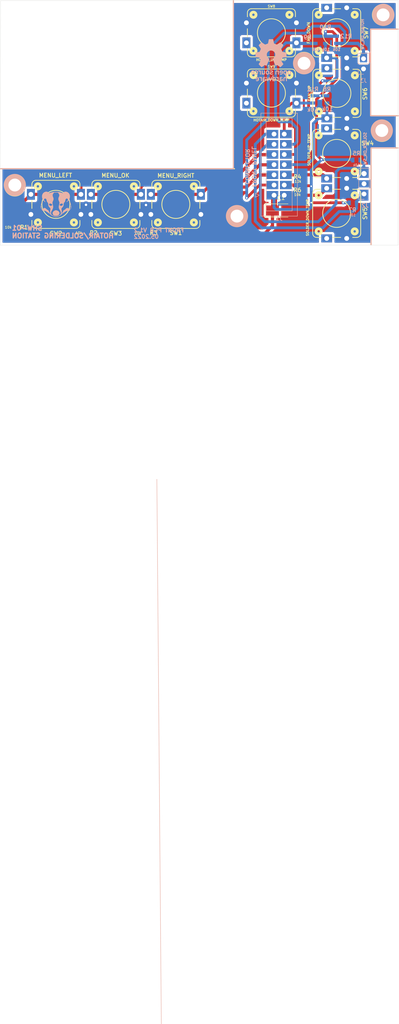
<source format=kicad_pcb>
(kicad_pcb (version 20211014) (generator pcbnew)
  (layers (0 "F.Cu" signal) (31 "B.Cu" signal) (34 "B.Paste" user) (35 "F.Paste" user) (36 "B.SilkS" user "B.Silkscreen") (37 "F.SilkS" user "F.Silkscreen") (38 "B.Mask" user) (39 "F.Mask" user) (44 "Edge.Cuts" user))
  (net 0 "")
  (net 1 "HOTAIR_UP_SW")
  (net 2 "HOTAIR_DOWN_SW")
  (net 3 "SOLDER_UP_SW")
  (net 4 "SOLDER_DOWN_SW")
  (net 5 "HOTAIR_ON_SW")
  (net 6 "GND")
  (net 7 "+3V3")
  (net 8 "MENU_RIGHT_SW")
  (net 9 "HOTAIR_FAN_UP_SW")
  (net 10 "HOTAIR_FAN_DOWN_SW")
  (net 11 "MENU_OK_SW")
  (net 12 "MENU_LEFT_SW")
  (net 13 "WEP_ON_SW")
  (net 14 "T12_ON_SW")
  (footprint "Capacitors:0805" (layer "F.Cu") (at 150.368 71.755 90)
    (fp_text reference "R6" (at 0.381 -1.778 180) (layer "F.SilkS") (effects (font (thickness 0.2))))
    (fp_text value "10k" (at -0.762 -1.778 180) (layer "F.SilkS") (effects (font (size 0.6096 0.6096) (thickness 0.127))))
    (pad "1" smd rect locked (at -0.89916 0 90) (size 0.79756 1.19888) (layers "F.Cu" "F.Paste" "F.Mask") (net 4 "SOLDER_DOWN_SW"))
    (pad "2" smd rect locked (at 0.89916 0 90) (size 0.79756 1.19888) (layers "F.Cu" "F.Paste" "F.Mask") (net 7 "+3V3"))
  )
  (footprint "Capacitors:0805" (layer "F.Cu") (at 150.368 68.453 -90)
    (fp_text reference "R4" (at -0.381 1.778 180) (layer "F.SilkS") (effects (font (thickness 0.2))))
    (fp_text value "10k" (at 0.762 1.651 180) (layer "F.SilkS") (effects (font (size 0.6096 0.6096) (thickness 0.127))))
    (pad "1" smd rect locked (at -0.89916 0 270) (size 0.79756 1.19888) (layers "F.Cu" "F.Paste" "F.Mask") (net 3 "SOLDER_UP_SW"))
    (pad "2" smd rect locked (at 0.89916 0 270) (size 0.79756 1.19888) (layers "F.Cu" "F.Paste" "F.Mask") (net 7 "+3V3"))
  )
  (footprint "My-Footprints:TACTILE_SWITCH_PTH_12MM" (layer "F.Cu") (at 142.0876 32.1564)
    (fp_text reference "SW8" (at 0 -6.604) (layer "F.SilkS") (effects (font (size 0.6096 0.6096) (thickness 0.127))))
    (fp_text value "HOTAIR_UP_TEMP" (at 0 6.731) (layer "F.SilkS") (effects (font (size 0.6096 0.6096) (thickness 0.1524))))
    (pad "1" thru_hole rect (at -6.2484 -2.49936) (size 2 2.7) (drill 1.19888) (layers *.Cu *.Mask) (net 6 "GND"))
    (pad "1" thru_hole rect (at 6.2484 -2.49936) (size 2 2.7) (drill 1.19888) (layers *.Cu *.Mask) (net 6 "GND"))
    (pad "2" thru_hole rect (at -6.2484 2.49936) (size 2 2.7) (drill 1.19888) (layers *.Cu *.Mask) (net 1 "HOTAIR_UP_SW"))
    (pad "2" thru_hole rect (at 6.2484 2.49936) (size 2 2.7) (drill 1.19888) (layers *.Cu *.Mask) (net 1 "HOTAIR_UP_SW"))
  )
  (footprint "My-Footprints:TACTILE_SWITCH_PTH_12MM" (layer "F.Cu") (at 158.3944 62.23 -90)
    (fp_text reference "SW4" (at -2.54 -7.7216 180) (layer "F.SilkS") (effects (font (thickness 0.2))))
    (fp_text value "SOLDER_UP_TEMP" (at -0.889 6.8834 90) (layer "F.SilkS") (effects (font (size 0.6096 0.6096) (thickness 0.1524))))
    (pad "1" thru_hole rect (at -6.2484 -2.49936 270) (size 2 2.7) (drill 1.19888) (layers *.Cu *.Mask) (net 6 "GND"))
    (pad "1" thru_hole rect (at 6.2484 -2.49936 270) (size 2 2.7) (drill 1.19888) (layers *.Cu *.Mask) (net 6 "GND"))
    (pad "2" thru_hole rect (at 6.2484 2.49936 270) (size 2 2.7) (drill 1.19888) (layers *.Cu *.Mask) (net 3 "SOLDER_UP_SW"))
    (pad "2" thru_hole rect (at -6.2484 2.49936 270) (size 2 2.7) (drill 1.19888) (layers *.Cu *.Mask) (net 3 "SOLDER_UP_SW"))
  )
  (footprint "My-Footprints:TACTILE_SWITCH_PTH_12MM" (layer "F.Cu") (at 158.3944 77.1652 -90)
    (fp_text reference "SW5" (at 0.0508 -7.0866 90) (layer "F.SilkS") (effects (font (thickness 0.2))))
    (fp_text value "SOLDER_DOWN_TEMP" (at 1.0668 7.2644 -90) (layer "F.SilkS") (effects (font (size 0.6 0.6))))
    (pad "1" thru_hole rect (at 6.2484 -2.49936 270) (size 2 2.7) (drill 1.19888) (layers *.Cu *.Mask) (net 6 "GND"))
    (pad "1" thru_hole rect (at -6.2484 -2.49936 270) (size 2 2.7) (drill 1.19888) (layers *.Cu *.Mask) (net 6 "GND"))
    (pad "2" thru_hole rect (at -6.2484 2.49936 270) (size 2 2.7) (drill 1.19888) (layers *.Cu *.Mask) (net 4 "SOLDER_DOWN_SW"))
    (pad "2" thru_hole rect (at 6.2484 2.49936 270) (size 2 2.7) (drill 1.19888) (layers *.Cu *.Mask) (net 4 "SOLDER_DOWN_SW"))
  )
  (footprint "My-Footprints:TACTILE_SWITCH_PTH_12MM" (layer "F.Cu") (at 142.0876 47.1932)
    (fp_text reference "SW9" (at 0 -6.604) (layer "F.SilkS") (effects (font (size 0.6096 0.6096) (thickness 0.127))))
    (fp_text value "HOTAIR_DOWN_TEMP" (at 0 6.731) (layer "F.SilkS") (effects (font (size 0.6096 0.6096) (thickness 0.1524))))
    (pad "1" thru_hole rect (at 6.2484 -2.49936) (size 2 2.7) (drill 1.19888) (layers *.Cu *.Mask) (net 6 "GND"))
    (pad "1" thru_hole rect (at -6.2484 -2.49936) (size 2 2.7) (drill 1.19888) (layers *.Cu *.Mask) (net 6 "GND"))
    (pad "2" thru_hole rect (at 6.2484 2.49936) (size 2 2.7) (drill 1.19888) (layers *.Cu *.Mask) (net 2 "HOTAIR_DOWN_SW"))
    (pad "2" thru_hole rect (at -6.2484 2.49936) (size 2 2.7) (drill 1.19888) (layers *.Cu *.Mask) (net 2 "HOTAIR_DOWN_SW"))
  )
  (footprint "My-Footprints:TACTILE_SWITCH_PTH_12MM" (layer "F.Cu") (at 158.4452 47.244 -90)
    (fp_text reference "SW6" (at 0.127 -7.0358 90) (layer "F.SilkS") (effects (font (thickness 0.2))))
    (fp_text value "FAN_UP" (at 0 6.8072 90) (layer "F.SilkS") (effects (font (size 0.7 0.7) (thickness 0.175))))
    (pad "1" thru_hole rect (at 6.2484 -2.49936 270) (size 2 2.7) (drill 1.19888) (layers *.Cu *.Mask) (net 6 "GND"))
    (pad "1" thru_hole rect (at -6.2484 -2.49936 270) (size 2 2.7) (drill 1.19888) (layers *.Cu *.Mask) (net 6 "GND"))
    (pad "2" thru_hole rect (at -6.2484 2.49936 270) (size 2 2.7) (drill 1.19888) (layers *.Cu *.Mask) (net 9 "HOTAIR_FAN_UP_SW"))
    (pad "2" thru_hole rect (at 6.2484 2.49936 270) (size 2 2.7) (drill 1.19888) (layers *.Cu *.Mask) (net 9 "HOTAIR_FAN_UP_SW"))
  )
  (footprint "My-Footprints:TACTILE_SWITCH_PTH_12MM" (layer "F.Cu") (at 158.3944 32.1564 -90)
    (fp_text reference "SW7" (at -0.0254 -7.3406 -90) (layer "F.SilkS") (effects (font (thickness 0.2))))
    (fp_text value "FAN_DOWN" (at 0 7.0104 90) (layer "F.SilkS") (effects (font (size 0.7 0.7))))
    (pad "1" thru_hole rect (at -6.2484 -2.49936 270) (size 2 2.7) (drill 1.19888) (layers *.Cu *.Mask) (net 6 "GND"))
    (pad "1" thru_hole rect (at 6.2484 -2.49936 270) (size 2 2.7) (drill 1.19888) (layers *.Cu *.Mask) (net 6 "GND"))
    (pad "2" thru_hole rect (at -6.2484 2.49936 270) (size 2 2.7) (drill 1.19888) (layers *.Cu *.Mask) (net 10 "HOTAIR_FAN_DOWN_SW"))
    (pad "2" thru_hole rect (at 6.2484 2.49936 270) (size 2 2.7) (drill 1.19888) (layers *.Cu *.Mask) (net 10 "HOTAIR_FAN_DOWN_SW"))
  )
  (footprint "Capacitors_Tantalum_SMD:CP_Tantalum_Case-B_EIA-3528-21_Hand" (layer "F.Cu") (at 144.5006 76.454)
    (fp_text reference "C1" (at 0 -3.15) (layer "F.SilkS"))
    (fp_text value "10u")
    (pad "1" smd rect locked (at -2.15 0) (size 3.2 2.5) (layers "F.Cu" "F.Paste" "F.Mask") (net 7 "+3V3"))
    (pad "2" smd rect locked (at 2.15 0) (size 3.2 2.5) (layers "F.Cu" "F.Paste" "F.Mask") (net 6 "GND"))
  )
  (footprint "Capacitors:0805" (layer "F.Cu") (at 110.744 81.28 -90)
    (fp_text reference "R3" (at 0.762 -1.905 180) (layer "F.SilkS") (effects (font (thickness 0.2))))
    (fp_text value "10k" (at 0.762 2.032 180) (layer "F.SilkS") (effects (font (size 0.6096 0.6096) (thickness 0.127))))
    (pad "1" smd rect locked (at -0.89916 0 270) (size 0.79756 1.19888) (layers "F.Cu" "F.Paste" "F.Mask") (net 8 "MENU_RIGHT_SW"))
    (pad "2" smd rect locked (at 0.89916 0 270) (size 0.79756 1.19888) (layers "F.Cu" "F.Paste" "F.Mask") (net 7 "+3V3"))
  )
  (footprint "Capacitors:0805" (layer "F.Cu") (at 78.232 80.772 -90)
    (fp_text reference "R1" (at -0.127 -2.032 180) (layer "F.SilkS") (effects (font (thickness 0.2))))
    (fp_text value "10k" (at -0.127 1.905 180) (layer "F.SilkS") (effects (font (size 0.6096 0.6096) (thickness 0.127))))
    (pad "1" smd rect locked (at -0.89916 0 270) (size 0.79756 1.19888) (layers "F.Cu" "F.Paste" "F.Mask") (net 12 "MENU_LEFT_SW"))
    (pad "2" smd rect locked (at 0.89916 0 270) (size 0.79756 1.19888) (layers "F.Cu" "F.Paste" "F.Mask") (net 7 "+3V3"))
  )
  (footprint "My-Footprints:TACTILE_SWITCH_PTH_12MM" (layer "F.Cu") (at 88.2396 74.93 180)
    (fp_text reference "SW2" (at -0.0254 -7.239) (layer "F.SilkS") (effects (font (thickness 0.2))))
    (fp_text value "MENU_LEFT" (at 0.1016 7.239) (layer "F.SilkS") (effects (font (thickness 0.2))))
    (pad "1" thru_hole rect (at 6.2484 -2.49936 180) (size 2 2.7) (drill 1.19888) (layers *.Cu *.Mask) (net 6 "GND"))
    (pad "1" thru_hole rect (at -6.2484 -2.49936 180) (size 2 2.7) (drill 1.19888) (layers *.Cu *.Mask) (net 6 "GND"))
    (pad "2" thru_hole rect (at 6.2484 2.49936 180) (size 2 2.7) (drill 1.19888) (layers *.Cu *.Mask) (net 12 "MENU_LEFT_SW"))
    (pad "2" thru_hole rect (at -6.2484 2.49936 180) (size 2 2.7) (drill 1.19888) (layers *.Cu *.Mask) (net 12 "MENU_LEFT_SW"))
  )
  (footprint "Capacitors:0805" (layer "F.Cu") (at 95.758 81.28 -90)
    (fp_text reference "R2" (at 0.762 -1.905 180) (layer "F.SilkS") (effects (font (thickness 0.2))))
    (fp_text value "10k" (at 0.762 1.778 180) (layer "F.SilkS") (effects (font (size 0.6096 0.6096) (thickness 0.127))))
    (pad "1" smd rect locked (at -0.89916 0 270) (size 0.79756 1.19888) (layers "F.Cu" "F.Paste" "F.Mask") (net 11 "MENU_OK_SW"))
    (pad "2" smd rect locked (at 0.89916 0 270) (size 0.79756 1.19888) (layers "F.Cu" "F.Paste" "F.Mask") (net 7 "+3V3"))
  )
  (footprint "My-Footprints:TACTILE_SWITCH_PTH_12MM" (layer "F.Cu") (at 118.2116 74.93 180)
    (fp_text reference "SW1" (at 0 -7.112) (layer "F.SilkS") (effects (font (thickness 0.2))))
    (fp_text value "MENU_RIGHT" (at 0 7.1628) (layer "F.SilkS") (effects (font (thickness 0.2))))
    (pad "1" thru_hole rect (at -6.2484 -2.49936 180) (size 2 2.7) (drill 1.19888) (layers *.Cu *.Mask) (net 6 "GND"))
    (pad "1" thru_hole rect (at 6.2484 -2.49936 180) (size 2 2.7) (drill 1.19888) (layers *.Cu *.Mask) (net 6 "GND"))
    (pad "2" thru_hole rect (at 6.2484 2.49936 180) (size 2 2.7) (drill 1.19888) (layers *.Cu *.Mask) (net 8 "MENU_RIGHT_SW"))
    (pad "2" thru_hole rect (at -6.2484 2.49936 180) (size 2 2.7) (drill 1.19888) (layers *.Cu *.Mask) (net 8 "MENU_RIGHT_SW"))
  )
  (footprint "My-Footprints:TACTILE_SWITCH_PTH_12MM" (layer "F.Cu") (at 103.2256 74.93 180)
    (fp_text reference "SW3" (at 0 -7.239) (layer "F.SilkS") (effects (font (thickness 0.2))))
    (fp_text value "MENU_OK" (at 0.1016 7.2136) (layer "F.SilkS") (effects (font (thickness 0.2))))
    (pad "1" thru_hole rect (at 6.2484 -2.49936 180) (size 2 2.7) (drill 1.19888) (layers *.Cu *.Mask) (net 6 "GND"))
    (pad "1" thru_hole rect (at -6.2484 -2.49936 180) (size 2 2.7) (drill 1.19888) (layers *.Cu *.Mask) (net 6 "GND"))
    (pad "2" thru_hole rect (at 6.2484 2.49936 180) (size 2 2.7) (drill 1.19888) (layers *.Cu *.Mask) (net 11 "MENU_OK_SW"))
    (pad "2" thru_hole rect (at -6.2484 2.49936 180) (size 2 2.7) (drill 1.19888) (layers *.Cu *.Mask) (net 11 "MENU_OK_SW"))
  )
  (footprint "Capacitors:0805" (layer "B.Cu") (at 152.4 48.768 90)
    (fp_text reference "R11" (at 2.54 0 180) (layer "B.SilkS") (effects (font (thickness 0.2)) (justify mirror)))
    (fp_text value "10k" (at -2.54 0 180) (layer "B.SilkS") (effects (font (thickness 0.2)) (justify mirror)))
    (pad "1" smd rect locked (at -0.89916 0 90) (size 0.79756 1.19888) (layers "B.Cu" "B.Paste" "B.Mask") (net 2 "HOTAIR_DOWN_SW"))
    (pad "2" smd rect locked (at 0.89916 0 90) (size 0.79756 1.19888) (layers "B.Cu" "B.Paste" "B.Mask") (net 7 "+3V3"))
  )
  (footprint "Capacitors:0805" (layer "B.Cu") (at 153.035 33.909 90)
    (fp_text reference "R9" (at 0.635 -1.905) (layer "B.SilkS") (effects (font (thickness 0.2)) (justify mirror)))
    (fp_text value "10k" (at -2.413 0.127 180) (layer "B.SilkS") (effects (font (size 0.7 0.7) (thickness 0.175)) (justify mirror)))
    (pad "1" smd rect locked (at -0.89916 0 90) (size 0.79756 1.19888) (layers "B.Cu" "B.Paste" "B.Mask") (net 1 "HOTAIR_UP_SW"))
    (pad "2" smd rect locked (at 0.89916 0 90) (size 0.79756 1.19888) (layers "B.Cu" "B.Paste" "B.Mask") (net 7 "+3V3"))
  )
  (footprint "My-Footprints:IDC-Header_2x07_P2.54mm_Vertical" (layer "B.Cu") (at 142.748 72.644)
    (fp_text reference "J1" (at 1.27 5.842 180) (layer "B.SilkS") (effects (justify mirror)))
    (fp_text value "main-board-conn")
    (pad "1" thru_hole rect (at 0 0) (size 2.9 2.1) (drill 1.2 (offset -0.4 0)) (layers *.Cu *.Mask) (net 7 "+3V3"))
    (pad "2" thru_hole rect (at 0 -2.54) (size 2.9 2.1) (drill 1.2 (offset -0.4 0)) (layers *.Cu *.Mask) (net 5 "HOTAIR_ON_SW"))
    (pad "3" thru_hole rect (at 0 -5.08) (size 2.9 2.1) (drill 1.2 (offset -0.4 0)) (layers *.Cu *.Mask) (net 8 "MENU_RIGHT_SW"))
    (pad "4" thru_hole rect (at 0 -7.62) (size 2.9 2.1) (drill 1.2 (offset -0.4 0)) (layers *.Cu *.Mask) (net 11 "MENU_OK_SW"))
    (pad "5" thru_hole rect (at 0 -10.16) (size 2.9 2.1) (drill 1.2 (offset -0.4 0)) (layers *.Cu *.Mask) (net 12 "MENU_LEFT_SW"))
    (pad "6" thru_hole rect (at 0 -12.7) (size 2.9 2.1) (drill 1.2 (offset -0.4 0)) (layers *.Cu *.Mask) (net 14 "T12_ON_SW"))
    (pad "7" thru_hole rect (at 0 -15.24) (size 2.9 2.1) (drill 1.2 (offset -0.4 0)) (layers *.Cu *.Mask) (net 13 "WEP_ON_SW"))
    (pad "8" thru_hole rect (at 2.54 -15.24) (size 2.9 2.1) (drill 1.2 (offset 0.4 0)) (layers *.Cu *.Mask) (net 2 "HOTAIR_DOWN_SW"))
    (pad "9" thru_hole rect (at 2.54 -12.7) (size 2.9 2.1) (drill 1.2 (offset 0.4 0)) (layers *.Cu *.Mask) (net 1 "HOTAIR_UP_SW"))
    (pad "10" thru_hole rect (at 2.54 -10.16) (size 2.9 2.1) (drill 1.2 (offset 0.4 0)) (layers *.Cu *.Mask) (net 10 "HOTAIR_FAN_DOWN_SW"))
    (pad "11" thru_hole rect (at 2.54 -7.62) (size 2.9 2.1) (drill 1.2 (offset 0.4 0)) (layers *.Cu *.Mask) (net 9 "HOTAIR_FAN_UP_SW"))
    (pad "12" thru_hole rect (at 2.54 -5.08) (size 2.9 2.1) (drill 1.2 (offset 0.4 0)) (layers *.Cu *.Mask) (net 3 "SOLDER_UP_SW"))
    (pad "13" thru_hole rect (at 2.54 -2.54) (size 2.9 2.1) (drill 1.2 (offset 0.4 0)) (layers *.Cu *.Mask) (net 4 "SOLDER_DOWN_SW"))
    (pad "14" thru_hole rect (at 2.54 0) (size 2.9 2.1) (drill 1.2 (offset 0.4 0)) (layers *.Cu *.Mask) (net 6 "GND"))
  )
  (footprint "Capacitors:0805" (layer "B.Cu") (at 158.369 33.89884 90)
    (fp_text reference "R12" (at 0.87884 2.413) (layer "B.SilkS") (effects (font (thickness 0.2)) (justify mirror)))
    (fp_text value "10k" (at -2.42316 0 180) (layer "B.SilkS") (effects (font (size 0.7 0.7) (thickness 0.175)) (justify mirror)))
    (pad "1" smd rect locked (at -0.89916 0 90) (size 0.79756 1.19888) (layers "B.Cu" "B.Paste" "B.Mask") (net 5 "HOTAIR_ON_SW"))
    (pad "2" smd rect locked (at 0.89916 0 90) (size 0.79756 1.19888) (layers "B.Cu" "B.Paste" "B.Mask") (net 7 "+3V3"))
  )
  (footprint "Capacitors:0805" (layer "B.Cu") (at 163.322 63.881 180)
    (fp_text reference "R5" (at 0 1.651) (layer "B.SilkS") (effects (font (thickness 0.2)) (justify mirror)))
    (fp_text value "10k" (at 0 -1.27) (layer "B.SilkS") (effects (font (size 0.6096 0.6096) (thickness 0.127)) (justify mirror)))
    (pad "1" smd rect locked (at -0.89916 0 180) (size 0.79756 1.19888) (layers "B.Cu" "B.Paste" "B.Mask") (net 14 "T12_ON_SW"))
    (pad "2" smd rect locked (at 0.89916 0 180) (size 0.79756 1.19888) (layers "B.Cu" "B.Paste" "B.Mask") (net 7 "+3V3"))
  )
  (footprint "Connector_PinHeader_2.54mm:PinHeader_1x02_P2.54mm_Vertical" (layer "B.Cu") (at 165.1 41.153)
    (fp_text reference "J3" (at 0 2.916) (layer "B.SilkS") (effects (justify mirror)))
    (fp_text value "HOTAIR_ON_SW" (at -0.254 -8.641 90) (layer "B.SilkS") (effects (font (size 0.7 0.7) (thickness 0.175)) (justify mirror)))
    (pad "1" thru_hole rect (at 0 0) (size 2 2) (drill 1.2) (layers *.Cu *.Mask) (net 6 "GND"))
    (pad "2" thru_hole rect (at 0 -2.54 90) (size 2.4 1.8) (drill 1.2 (offset 0.3 0)) (layers *.Cu *.Mask) (net 5 "HOTAIR_ON_SW"))
  )
  (footprint "Capacitors:0805" (layer "B.Cu") (at 155.956 48.768 90)
    (fp_text reference "R8" (at 2.54 0 180) (layer "B.SilkS") (effects (font (thickness 0.2)) (justify mirror)))
    (fp_text value "10k" (at -2.413 0.127 180) (layer "B.SilkS") (effects (font (thickness 0.2)) (justify mirror)))
    (pad "1" smd rect locked (at -0.89916 0 90) (size 0.79756 1.19888) (layers "B.Cu" "B.Paste" "B.Mask") (net 9 "HOTAIR_FAN_UP_SW"))
    (pad "2" smd rect locked (at 0.89916 0 90) (size 0.79756 1.19888) (layers "B.Cu" "B.Paste" "B.Mask") (net 7 "+3V3"))
  )
  (footprint "Capacitors:0805" (layer "B.Cu") (at 155.575 33.909 90)
    (fp_text reference "R10" (at 3.175 0) (layer "B.SilkS") (effects (font (thickness 0.2)) (justify mirror)))
    (fp_text value "10k" (at -2.413 0.127) (layer "B.SilkS") (effects (font (size 0.7 0.7) (thickness 0.175)) (justify mirror)))
    (pad "1" smd rect locked (at -0.89916 0 90) (size 0.79756 1.19888) (layers "B.Cu" "B.Paste" "B.Mask") (net 10 "HOTAIR_FAN_DOWN_SW"))
    (pad "2" smd rect locked (at 0.89916 0 90) (size 0.79756 1.19888) (layers "B.Cu" "B.Paste" "B.Mask") (net 7 "+3V3"))
  )
  (footprint "graphic:open-source-HW-10x10" (layer "B.Cu") (at 141.986 38.989 180)
    (fp_text reference "G***" hide)
    (fp_text value "LOGO" hide)
  )
  (footprint "Capacitors:0805" (layer "B.Cu") (at 162.433 74.549 180)
    (fp_text reference "R7" (at 0.127 -1.778) (layer "B.SilkS") (effects (font (thickness 0.2)) (justify mirror)))
    (fp_text value "10k" (at 0.127 -3.048) (layer "B.SilkS") (effects (font (size 0.6096 0.6096) (thickness 0.127)) (justify mirror)))
    (pad "1" smd rect locked (at -0.89916 0 180) (size 0.79756 1.19888) (layers "B.Cu" "B.Paste" "B.Mask") (net 13 "WEP_ON_SW"))
    (pad "2" smd rect locked (at 0.89916 0 180) (size 0.79756 1.19888) (layers "B.Cu" "B.Paste" "B.Mask") (net 7 "+3V3"))
  )
  (footprint "Connector_PinHeader_2.54mm:PinHeader_1x03_P2.54mm_Vertical" (layer "B.Cu") (at 165.227 72.3392)
    (fp_text reference "J2" (at 0.2794 2.8448) (layer "B.SilkS") (effects (font (thickness 0.2)) (justify mirror)))
    (fp_text value "SOLDER_ON_SW" (at 0.2794 -11.3792 270) (layer "B.SilkS") (effects (font (size 0.7 0.7) (thickness 0.175)) (justify mirror)))
    (pad "1" thru_hole rect (at 0 0) (size 2.2 2.7) (drill 1.2 (offset 0 0.3)) (layers *.Cu *.Mask) (net 13 "WEP_ON_SW"))
    (pad "2" thru_hole rect (at 0 -2.54) (size 2.5 1.7) (drill 1.2) (layers *.Cu *.Mask) (net 6 "GND"))
    (pad "3" thru_hole rect (at 0 -5.08) (size 2.3 2.7) (drill 1.3 (offset 0 -0.3)) (layers *.Cu *.Mask) (net 14 "T12_ON_SW"))
  )
  (footprint "graphic:honeybadger2" (layer "B.Cu") (at 88.265 74.93 180)
    (fp_text reference "G***" hide)
    (fp_text value "LOGO" hide)
  )
  (gr_line (start 173.7868 52.832) (end 166.878 52.832) (layer "B.SilkS") (width 0.3))
  (gr_line (start 113.4618 143.4592) (end 114.5794 279.1968) (layer "B.SilkS") (width 0.12))
  (gr_circle (center 77.978 70.104) (end 80.596172 70.104) (layer "B.SilkS") (width 0.3) (fill solid))
  (gr_line (start 166.9796 60.8584) (end 173.736 60.8584) (layer "B.SilkS") (width 0.3))
  (gr_circle (center 170.053 27.686) (end 172.671172 27.686) (layer "B.SilkS") (width 0.3) (fill solid))
  (gr_circle (center 133.477 77.851) (end 136.095172 77.851) (layer "B.SilkS") (width 0.3) (fill solid))
  (gr_line (start 166.878 52.832) (end 166.878 31.242) (layer "B.SilkS") (width 0.3))
  (gr_line (start 132.588 24.13) (end 132.588 66.04) (layer "B.SilkS") (width 0.3))
  (gr_line (start 132.588 66.04) (end 74.422 66.04) (layer "B.SilkS") (width 0.3))
  (gr_circle (center 169.672 56.515) (end 172.290172 56.515) (layer "B.SilkS") (width 0.3) (fill solid))
  (gr_circle (center 150.241 39.751) (end 152.859172 39.751) (layer "B.SilkS") (width 0.3) (fill solid))
  (gr_line (start 166.878 31.242) (end 173.736 31.242) (layer "B.SilkS") (width 0.3))
  (gr_line (start 166.9796 84.9884) (end 166.9796 60.8584) (layer "B.SilkS") (width 0.3))
  (gr_line (start 166.878 52.832) (end 173.736 52.832) (layer "F.SilkS") (width 0.3))
  (gr_circle (center 133.477 77.851) (end 136.048554 77.851) (layer "F.SilkS") (width 0.3) (fill solid))
  (gr_line (start 132.588 66.04) (end 132.588 24.13) (layer "F.SilkS") (width 0.3))
  (gr_line (start 173.736 60.8584) (end 166.9796 60.8584) (layer "F.SilkS") (width 0.3))
  (gr_line (start 166.9796 60.8584) (end 166.9796 84.9884) (layer "F.SilkS") (width 0.3))
  (gr_circle (center 169.672 56.642) (end 172.243554 56.642) (layer "F.SilkS") (width 0.3) (fill solid))
  (gr_line (start 166.878 31.242) (end 166.878 52.832) (layer "F.SilkS") (width 0.3))
  (gr_line (start 74.422 66.04) (end 132.842 66.04) (layer "F.SilkS") (width 0.3))
  (gr_circle (center 169.926 27.686) (end 172.497554 27.686) (layer "F.SilkS") (width 0.3) (fill solid))
  (gr_circle (center 77.978 70.231) (end 80.549554 70.231) (layer "F.SilkS") (width 0.3) (fill solid))
  (gr_line (start 173.736 31.242) (end 166.878 31.242) (layer "F.SilkS") (width 0.3))
  (gr_circle (center 150.241 39.624) (end 152.812554 39.624) (layer "F.SilkS") (width 0.3) (fill solid))
  (gr_poly (pts (xy 173.736 31.242) (xy 173.736 52.705) (xy 173.736 60.833) (xy 173.736 85.09) (xy 167.005 85.09) (xy 74.295 85.09) (xy 74.295 66.04) (xy 74.422 24.13) (xy 132.715 24.13) (xy 173.736 24.13)) (layer "Edge.Cuts") (width 0.05) (fill none))
  (gr_text "FRONT PCB V1.2\n05.2022" (at 107.569 82.169) (layer "B.SilkS") (effects (font (size 1 1) (thickness 0.22)) (justify right mirror)))
  (gr_text "SHW-01\nHOTAIR/SOLDERING STATION" (at 77.089 81.788) (layer "B.SilkS") (effects (font (size 1.2 1.2) (thickness 0.3)) (justify right mirror)))
  (gr_text "FRONT PANEL\nCONNECTOR" (at 136.906 65.532 270) (layer "B.SilkS") (effects (font (size 1 1) (thickness 0.2)) (justify mirror)))
  (segment (start 143.129 53.467) (end 143.129 37.211) (width 0.7) (layer "B.Cu") (net 1))
  (segment (start 147.828 59.944) (end 148.463 59.309) (width 0.7) (layer "B.Cu") (net 1))
  (segment (start 146.939 54.356) (end 144.018 54.356) (width 0.7) (layer "B.Cu") (net 1))
  (segment (start 145.68424 34.65576) (end 148.336 34.65576) (width 0.7) (layer "B.Cu") (net 1))
  (segment (start 148.463 59.309) (end 148.463 55.88) (width 0.7) (layer "B.Cu") (net 1))
  (segment (start 148.463 55.88) (end 146.939 54.356) (width 0.7) (layer "B.Cu") (net 1))
  (segment (start 143.129 37.211) (end 145.68424 34.65576) (width 0.7) (layer "B.Cu") (net 1))
  (segment (start 144.018 54.356) (end 143.129 53.467) (width 0.7) (layer "B.Cu") (net 1))
  (segment (start 153.035 34.80816) (end 148.4884 34.80816) (width 0.8) (layer "B.Cu") (net 1))
  (segment (start 148.4884 34.80816) (end 148.336 34.65576) (width 0.8) (layer "B.Cu") (net 1))
  (segment (start 145.288 59.944) (end 147.828 59.944) (width 0.7) (layer "B.Cu") (net 1))
  (segment (start 148.336 49.69256) (end 148.336 50.10404) (width 0.8) (layer "F.Cu") (net 2))
  (segment (start 145.288 51.562) (end 147.15744 49.69256) (width 0.7) (layer "F.Cu") (net 2))
  (segment (start 145.288 57.404) (end 145.288 51.562) (width 0.7) (layer "F.Cu") (net 2))
  (segment (start 147.15744 49.69256) (end 148.336 49.69256) (width 0.7) (layer "F.Cu") (net 2))
  (segment (start 148.24456 49.784) (end 148.336 49.69256) (width 0.8) (layer "B.Cu") (net 2))
  (segment (start 148.3614 49.66716) (end 148.336 49.69256) (width 0.7) (layer "B.Cu") (net 2))
  (segment (start 152.4 49.66716) (end 148.3614 49.66716) (width 0.7) (layer "B.Cu") (net 2))
  (segment (start 150.35784 67.564) (end 150.368 67.55384) (width 0.8) (layer "F.Cu") (net 3))
  (segment (start 145.288 67.564) (end 150.35784 67.564) (width 0.8) (layer "F.Cu") (net 3))
  (segment (start 150.368 67.55384) (end 154.97048 67.55384) (width 0.8) (layer "F.Cu") (net 3))
  (segment (start 154.97048 67.55384) (end 155.89504 68.4784) (width 0.8) (layer "F.Cu") (net 3))
  (segment (start 149.48916 72.65416) (end 150.368 72.65416) (width 0.8) (layer "F.Cu") (net 4))
  (segment (start 147.574 70.104) (end 148.717 71.247) (width 0.8) (layer "F.Cu") (net 4))
  (segment (start 148.717 71.247) (end 148.717 71.882) (width 0.8) (layer "F.Cu") (net 4))
  (segment (start 154.15768 72.65416) (end 155.89504 70.9168) (width 0.8) (layer "F.Cu") (net 4))
  (segment (start 148.717 71.882) (end 149.48916 72.65416) (width 0.8) (layer "F.Cu") (net 4))
  (segment (start 145.288 70.104) (end 147.574 70.104) (width 0.8) (layer "F.Cu") (net 4))
  (segment (start 150.368 72.65416) (end 154.15768 72.65416) (width 0.8) (layer "F.Cu") (net 4))
  (segment (start 142.748 70.104) (end 139.1158 70.104) (width 0.7) (layer "F.Cu") (net 5))
  (segment (start 139.1158 70.104) (end 135.9154 73.3044) (width 0.7) (layer "F.Cu") (net 5))
  (via (at 135.9154 73.3044) (size 0.8) (drill 0.4) (layers "F.Cu" "B.Cu") (net 5))
  (segment (start 165.1 36.195) (end 165.1 38.613) (width 0.8) (layer "B.Cu") (net 5))
  (segment (start 163.703 34.798) (end 165.1 36.195) (width 0.8) (layer "B.Cu") (net 5))
  (segment (start 145.2372 32.258) (end 150.6728 32.258) (width 0.7) (layer "B.Cu") (net 5))
  (segment (start 160.401 34.798) (end 163.703 34.798) (width 0.8) (layer "B.Cu") (net 5))
  (segment (start 135.9154 73.3044) (end 135.9154 58.8772) (width 0.7) (layer "B.Cu") (net 5))
  (segment (start 141.3002 53.4924) (end 141.3002 36.195) (width 0.7) (layer "B.Cu") (net 5))
  (segment (start 150.6728 32.258) (end 152.4254 30.5054) (width 0.7) (layer "B.Cu") (net 5))
  (segment (start 135.9154 58.8772) (end 141.3002 53.4924) (width 0.7) (layer "B.Cu") (net 5))
  (segment (start 158.369 34.798) (end 160.401 34.798) (width 0.8) (layer "B.Cu") (net 5))
  (segment (start 152.4254 30.5054) (end 159.0548 30.5054) (width 0.7) (layer "B.Cu") (net 5))
  (segment (start 141.3002 36.195) (end 145.2372 32.258) (width 0.7) (layer "B.Cu") (net 5))
  (segment (start 159.0548 30.5054) (end 160.401 31.8516) (width 0.7) (layer "B.Cu") (net 5))
  (segment (start 160.401 31.8516) (end 160.401 34.798) (width 0.7) (layer "B.Cu") (net 5))
  (segment (start 145.288 73.2028) (end 146.6506 74.5654) (width 1.5) (layer "F.Cu") (net 6))
  (segment (start 146.6506 74.5654) (end 146.6506 76.454) (width 1.5) (layer "F.Cu") (net 6))
  (segment (start 145.288 72.644) (end 145.288 73.2028) (width 1.5) (layer "F.Cu") (net 6))
  (via (at 95.758 75.0316) (size 1.7) (drill 0.6) (layers "F.Cu" "B.Cu") (net 6))
  (via (at 110.744 75.0824) (size 1.7) (drill 0.6) (layers "F.Cu" "B.Cu") (net 6))
  (via (at 77.978 70.104) (size 5.5) (drill 3.2) (layers "F.Cu" "B.Cu") (net 6))
  (via (at 133.477 77.851) (size 5.5) (drill 3.2) (layers "F.Cu" "B.Cu") (net 6))
  (via (at 170 27.686) (size 5.5) (drill 3.2) (layers "F.Cu" "B.Cu") (net 6))
  (via (at 169.672 56.515) (size 5.5) (drill 3.2) (layers "F.Cu" "B.Cu") (net 6))
  (via (at 150.241 39.751) (size 5.5) (drill 3.2) (layers "F.Cu" "B.Cu") (net 6))
  (segment (start 96.901 77.45476) (end 96.9772 77.37856) (width 1) (layer "B.Cu") (net 6))
  (segment (start 145.288 72.644) (end 145.288 73.152) (width 1.5) (layer "B.Cu") (net 6))
  (segment (start 96.901 79.74584) (end 96.901 77.45476) (width 1) (layer "B.Cu") (net 6))
  (segment (start 158.4198 32.9438) (end 158.4198 43.688) (width 0.7) (layer "F.Cu") (net 7))
  (segment (start 150.368 69.35216) (end 150.368 70.85584) (width 0.7) (layer "F.Cu") (net 7))
  (segment (start 154.2542 47.8536) (end 153.3652 48.7426) (width 0.7) (layer "F.Cu") (net 7))
  (segment (start 153.3652 62.5348) (end 154.6098 63.7794) (width 0.7) (layer "F.Cu") (net 7))
  (segment (start 153.3652 48.7426) (end 153.3652 62.5348) (width 0.7) (layer "F.Cu") (net 7))
  (segment (start 155.6004 31.8516) (end 157.3276 31.8516) (width 0.7) (layer "F.Cu") (net 7))
  (segment (start 150.368 70.231) (end 150.368 69.35216) (width 0.7) (layer "F.Cu") (net 7))
  (segment (start 152.0698 74.5236) (end 152.0444 74.4982) (width 0.7) (layer "F.Cu") (net 7))
  (segment (start 152.0444 70.4088) (end 151.9174 70.2818) (width 0.7) (layer "F.Cu") (net 7))
  (segment (start 160.02 74.5236) (end 152.0698 74.5236) (width 0.7) (layer "F.Cu") (net 7))
  (segment (start 151.9174 70.2818) (end 150.3172 70.2818) (width 0.7) (layer "F.Cu") (net 7))
  (segment (start 142.0622 73.3298) (end 142.748 72.644) (width 0.7) (layer "F.Cu") (net 7))
  (segment (start 142.3506 80.255) (end 142.3506 76.454) (width 0.8) (layer "F.Cu") (net 7))
  (segment (start 142.748 76.0566) (end 142.3506 76.454) (width 1.5) (layer "F.Cu") (net 7))
  (segment (start 150.3172 70.2818) (end 150.368 70.231) (width 0.7) (layer "F.Cu") (net 7))
  (segment (start 157.3276 31.8516) (end 158.4198 32.9438) (width 0.7) (layer "F.Cu") (net 7))
  (segment (start 140.42644 82.17916) (end 142.3506 80.255) (width 0.8) (layer "F.Cu") (net 7))
  (segment (start 142.748 72.644) (end 142.748 76.0566) (width 1.5) (layer "F.Cu") (net 7))
  (segment (start 78.74 82.17916) (end 78.232 81.67116) (width 0.8) (layer "F.Cu") (net 7))
  (segment (start 95.758 82.17916) (end 110.744 82.17916) (width 0.8) (layer "F.Cu") (net 7))
  (segment (start 95.758 82.17916) (end 78.74 82.17916) (width 0.8) (layer "F.Cu") (net 7))
  (segment (start 110.744 82.17916) (end 140.42644 82.17916) (width 0.8) (layer "F.Cu") (net 7))
  (segment (start 158.4198 43.688) (end 154.2542 47.8536) (width 0.7) (layer "F.Cu") (net 7))
  (via (at 155.6004 31.8516) (size 0.8) (drill 0.4) (layers "F.Cu" "B.Cu") (net 7))
  (via (at 154.6098 63.7794) (size 0.8) (drill 0.4) (layers "F.Cu" "B.Cu") (net 7))
  (via (at 160.02 74.5236) (size 0.8) (drill 0.4) (layers "F.Cu" "B.Cu") (net 7))
  (via (at 154.2542 47.8536) (size 0.8) (drill 0.4) (layers "F.Cu" "B.Cu") (net 7))
  (via (at 152.0444 74.4982) (size 0.8) (drill 0.4) (layers "F.Cu" "B.Cu") (net 7))
  (via (at 152.0444 70.4088) (size 0.8) (drill 0.4) (layers "F.Cu" "B.Cu") (net 7))
  (segment (start 160.0454 74.549) (end 160.02 74.5236) (width 0.7) (layer "B.Cu") (net 7))
  (segment (start 154.2542 47.8536) (end 152.41524 47.8536) (width 0.7) (layer "B.Cu") (net 7))
  (segment (start 155.575 33.00984) (end 155.575 31.877) (width 0.7) (layer "B.Cu") (net 7))
  (segment (start 153.035 33.00984) (end 158.35884 33.00984) (width 0.8) (layer "B.Cu") (net 7))
  (segment (start 152.0444 75.6666) (end 152.0444 74.4982) (width 0.7) (layer "B.Cu") (net 7))
  (segment (start 158.35884 33.00984) (end 158.369 32.99968) (width 0.8) (layer "B.Cu") (net 7))
  (segment (start 155.575 31.877) (end 155.6004 31.8516) (width 0.7) (layer "B.Cu") (net 7))
  (segment (start 152.0444 74.4982) (end 152.0444 70.4088) (width 0.7) (layer "B.Cu") (net 7))
  (segment (start 152.0444 66.3448) (end 152.0444 70.4088) (width 0.7) (layer "B.Cu") (net 7))
  (segment (start 154.6098 63.7794) (end 162.32124 63.7794) (width 0.7) (layer "B.Cu") (net 7))
  (segment (start 162.32124 63.7794) (end 162.42284 63.881) (width 0.7) (layer "B.Cu") (net 7))
  (segment (start 143.256 76.2) (end 151.511 76.2) (width 0.7) (layer "B.Cu") (net 7))
  (segment (start 152.41524 47.8536) (end 152.4 47.86884) (width 0.7) (layer "B.Cu") (net 7))
  (segment (start 161.53384 74.549) (end 160.0454 74.549) (width 0.7) (layer "B.Cu") (net 7))
  (segment (start 142.748 72.644) (end 142.748 75.692) (width 0.7) (layer "B.Cu") (net 7))
  (segment (start 154.2542 47.8536) (end 155.94076 47.8536) (width 0.7) (layer "B.Cu") (net 7))
  (segment (start 154.6098 63.7794) (end 152.0444 66.3448) (width 0.7) (layer "B.Cu") (net 7))
  (segment (start 155.94076 47.8536) (end 155.956 47.86884) (width 0.7) (layer "B.Cu") (net 7))
  (segment (start 151.511 76.2) (end 152.0444 75.6666) (width 0.7) (layer "B.Cu") (net 7))
  (segment (start 142.748 75.692) (end 143.256 76.2) (width 0.7) (layer "B.Cu") (net 7))
  (segment (start 111.9632 72.43064) (end 117.81536 72.43064) (width 0.8) (layer "F.Cu") (net 8))
  (segment (start 110.744 80.38084) (end 115.19916 80.38084) (width 0.8) (layer "F.Cu") (net 8))
  (segment (start 126.27864 70.612) (end 124.46 72.43064) (width 0.8) (layer "F.Cu") (net 8))
  (segment (start 142.2455 67.6085) (end 138.8935 67.6085) (width 0.8) (layer "F.Cu") (net 8))
  (segment (start 117.81536 77.76464) (end 117.81536 72.43064) (width 0.8) (layer "F.Cu") (net 8))
  (segment (start 135.89 70.612) (end 126.27864 70.612) (width 0.8) (layer "F.Cu") (net 8))
  (segment (start 117.81536 72.43064) (end 124.46 72.43064) (width 0.8) (layer "F.Cu") (net 8))
  (segment (start 138.8935 67.6085) (end 135.89 70.612) (width 0.8) (layer "F.Cu") (net 8))
  (segment (start 115.19916 80.38084) (end 117.81536 77.76464) (width 0.8) (layer "F.Cu") (net 8))
  (segment (start 152.5524 63.5762) (end 152.5524 54.7624) (width 0.7) (layer "B.Cu") (net 9))
  (segment (start 151.1046 65.024) (end 152.5524 63.5762) (width 0.7) (layer "B.Cu") (net 9))
  (segment (start 155.956 49.66716) (end 155.956 53.48224) (width 0.7) (layer "B.Cu") (net 9))
  (segment (start 155.956 53.48224) (end 155.94584 53.4924) (width 0.7) (layer "B.Cu") (net 9))
  (segment (start 145.288 65.024) (end 151.1046 65.024) (width 0.7) (layer "B.Cu") (net 9))
  (segment (start 153.8224 53.4924) (end 155.94584 53.4924) (width 0.7) (layer "B.Cu") (net 9))
  (segment (start 152.5524 54.7624) (end 153.8224 53.4924) (width 0.7) (layer "B.Cu") (net 9))
  (segment (start 149.733 62.484) (end 151.384 60.833) (width 0.7) (layer "F.Cu") (net 10))
  (segment (start 145.288 62.484) (end 149.733 62.484) (width 0.7) (layer "F.Cu") (net 10))
  (segment (start 151.384 47.625) (end 154.8638 44.1452) (width 0.7) (layer "F.Cu") (net 10))
  (segment (start 151.384 60.833) (end 151.384 47.625) (width 0.7) (layer "F.Cu") (net 10))
  (via (at 154.8638 44.1452) (size 0.8) (drill 0.4) (layers "F.Cu" "B.Cu") (net 10))
  (segment (start 158.496 38.8874) (end 158.0134 38.4048) (width 0.7) (layer "B.Cu") (net 10))
  (segment (start 158.0134 38.4048) (end 155.89504 38.4048) (width 0.7) (layer "B.Cu") (net 10))
  (segment (start 154.8638 44.1452) (end 157.48 44.1452) (width 0.7) (layer "B.Cu") (net 10))
  (segment (start 158.496 43.1292) (end 158.496 38.8874) (width 0.7) (layer "B.Cu") (net 10))
  (segment (start 155.575 34.80816) (end 155.575 38.08476) (width 0.7) (layer "B.Cu") (net 10))
  (segment (start 157.48 44.1452) (end 158.496 43.1292) (width 0.7) (layer "B.Cu") (net 10))
  (segment (start 155.575 38.08476) (end 155.89504 38.4048) (width 0.7) (layer "B.Cu") (net 10))
  (segment (start 96.9772 72.43064) (end 101.81336 72.43064) (width 0.8) (layer "F.Cu") (net 11))
  (segment (start 109.474 70.612) (end 110.998 69.088) (width 0.8) (layer "F.Cu") (net 11))
  (segment (start 95.758 80.38084) (end 99.19716 80.38084) (width 0.8) (layer "F.Cu") (net 11))
  (segment (start 135.128 69.088) (end 139.1475 65.0685) (width 0.8) (layer "F.Cu") (net 11))
  (segment (start 99.19716 80.38084) (end 101.81336 77.76464) (width 0.8) (layer "F.Cu") (net 11))
  (segment (start 101.81336 72.43064) (end 109.474 72.43064) (width 0.8) (layer "F.Cu") (net 11))
  (segment (start 110.998 69.088) (end 135.128 69.088) (width 0.8) (layer "F.Cu") (net 11))
  (segment (start 101.81336 77.76464) (end 101.81336 72.43064) (width 0.8) (layer "F.Cu") (net 11))
  (segment (start 139.1475 65.0685) (end 142.2455 65.0685) (width 0.8) (layer "F.Cu") (net 11))
  (segment (start 109.474 72.43064) (end 109.474 70.612) (width 0.8) (layer "F.Cu") (net 11))
  (segment (start 138.8935 62.5285) (end 133.858 67.564) (width 0.8) (layer "F.Cu") (net 12))
  (segment (start 142.2455 62.5285) (end 138.8935 62.5285) (width 0.8) (layer "F.Cu") (net 12))
  (segment (start 94.488 69.088) (end 94.488 72.43064) (width 0.8) (layer "F.Cu") (net 12))
  (segment (start 81.9912 72.43064) (end 94.488 72.43064) (width 0.8) (layer "F.Cu") (net 12))
  (segment (start 81.9912 72.43064) (end 81.9912 72.4408) (width 0.8) (layer "F.Cu") (net 12))
  (segment (start 96.012 67.564) (end 94.488 69.088) (width 0.8) (layer "F.Cu") (net 12))
  (segment (start 78.232 76.2) (end 78.232 79.87284) (width 0.8) (layer "F.Cu") (net 12))
  (segment (start 133.858 67.564) (end 96.012 67.564) (width 0.8) (layer "F.Cu") (net 12))
  (segment (start 81.9912 72.4408) (end 78.232 76.2) (width 0.8) (layer "F.Cu") (net 12))
  (segment (start 159.004 76.708) (end 162.56 76.708) (width 0.7) (layer "B.Cu") (net 13))
  (segment (start 142.748 57.404) (end 140.589 57.404) (width 0.7) (layer "B.Cu") (net 13))
  (segment (start 154.94 80.772) (end 159.004 76.708) (width 0.7) (layer "B.Cu") (net 13))
  (segment (start 163.33216 74.549) (end 163.33216 74.20864) (width 0.7) (layer "B.Cu") (net 13))
  (segment (start 139.7 80.772) (end 154.94 80.772) (width 0.7) (layer "B.Cu") (net 13))
  (segment (start 163.33216 74.20864) (end 165.2016 72.3392) (width 0.7) (layer "B.Cu") (net 13))
  (segment (start 138.049 59.944) (end 138.049 79.121) (width 0.7) (layer "B.Cu") (net 13))
  (segment (start 162.56 76.708) (end 163.33216 75.93584) (width 0.7) (layer "B.Cu") (net 13))
  (segment (start 138.049 79.121) (end 139.7 80.772) (width 0.7) (layer "B.Cu") (net 13))
  (segment (start 140.589 57.404) (end 138.049 59.944) (width 0.7) (layer "B.Cu") (net 13))
  (segment (start 163.33216 75.93584) (end 163.33216 74.549) (width 0.7) (layer "B.Cu") (net 13))
  (segment (start 142.748 59.944) (end 141.097 59.944) (width 0.7) (layer "B.Cu") (net 14))
  (segment (start 158.242 66.802) (end 159.131 65.913) (width 0.7) (layer "B.Cu") (net 14))
  (segment (start 140.462 79.248) (end 153.797 79.248) (width 0.7) (layer "B.Cu") (net 14))
  (segment (start 159.131 65.913) (end 164.7952 65.913) (width 0.7) (layer "B.Cu") (net 14))
  (segment (start 164.7952 65.913) (end 165.2016 65.5066) (width 0.7) (layer "B.Cu") (net 14))
  (segment (start 153.797 79.248) (end 158.242 74.803) (width 0.7) (layer "B.Cu") (net 14))
  (segment (start 165.2016 64.86144) (end 164.22116 63.881) (width 0.7) (layer "B.Cu") (net 14))
  (segment (start 139.319 78.105) (end 140.462 79.248) (width 0.7) (layer "B.Cu") (net 14))
  (segment (start 165.2016 67.2592) (end 165.2016 65.5066) (width 0.7) (layer "B.Cu") (net 14))
  (segment (start 165.2016 65.5066) (end 165.2016 64.86144) (width 0.7) (layer "B.Cu") (net 14))
  (segment (start 141.097 59.944) (end 139.319 61.722) (width 0.7) (layer "B.Cu") (net 14))
  (segment (start 158.242 74.803) (end 158.242 66.802) (width 0.7) (layer "B.Cu") (net 14))
  (segment (start 139.319 61.722) (end 139.319 78.105) (width 0.7) (layer "B.Cu") (net 14))
  (zone (net 6) (net_name "GND") (layer "F.Cu") (connect_pads yes (clearance 0.6)) (min_thickness 0.254) (fill yes (thermal_gap 0.508) (thermal_bridge_width 0.508))
    (polygon (pts (xy 173.736 31.242) (xy 166.878 31.242) (xy 166.878 52.705) (xy 173.736 52.705) (xy 173.736 60.8076) (xy 167.005 60.8076) (xy 167.005 85.09) (xy 74.295 85.09) (xy 74.295 66.04) (xy 132.715 66.04) (xy 132.715 24.13) (xy 173.99 24.13)))
  )
  (zone (net 6) (net_name "GND") (layer "B.Cu") (connect_pads yes (clearance 0.6)) (min_thickness 0.254) (fill yes (thermal_gap 0.508) (thermal_bridge_width 0.508))
    (polygon (pts (xy 173.736 24.13) (xy 173.736 31.242) (xy 166.811099 31.242) (xy 166.878 52.705) (xy 173.736 52.7304) (xy 173.6852 60.831829) (xy 167.005 60.833) (xy 167.005 85.09) (xy 74.295 85.09) (xy 74.295 66.04) (xy 132.715 66.04) (xy 132.715 24.13) (xy 167.005 24.13)))
  )
)
</source>
